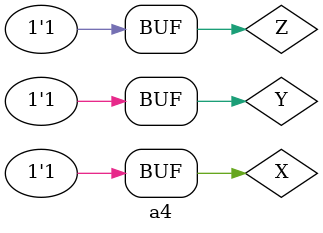
<source format=v>
module PoS (output S, input X, Y, Z); // MAXTERMOS
// M 5 6 7
assign S = (X|Y|~Z) & (X|~Y|Z) & (X|~Y|~Z) & (~X|~Y|~Z);
endmodule // PoS

module a4;
reg X, Y, Z;
wire S;
// instancias
PoS POS1(S, X, Y, Z);
// valores iniciais
initial begin: start
X=1'bx; Y=1'bx; Z=1'bx;// indefinidos
end
// parte principal
initial begin: main
// identificacao
$display("Produto da Soma");
// monitoramento
$display(" X  Y  Z = PoS( 1, 2, 3, 7 ) ");
$monitor("%2b %2b %2b =  %2b", X, Y, Z, S);
// sinalizacao
#1 X=0; Y=0; Z =0;
#1 X=0; Y=0; Z =1;
#1 X=0; Y=1; Z =0;
#1 X=0; Y=1; Z =1;
#1 X=1; Y=0; Z =0;
#1 X=1; Y=0; Z =1;
#1 X=1; Y=1; Z =0;
#1 X=1; Y=1; Z =1;
end
endmodule // test_module
</source>
